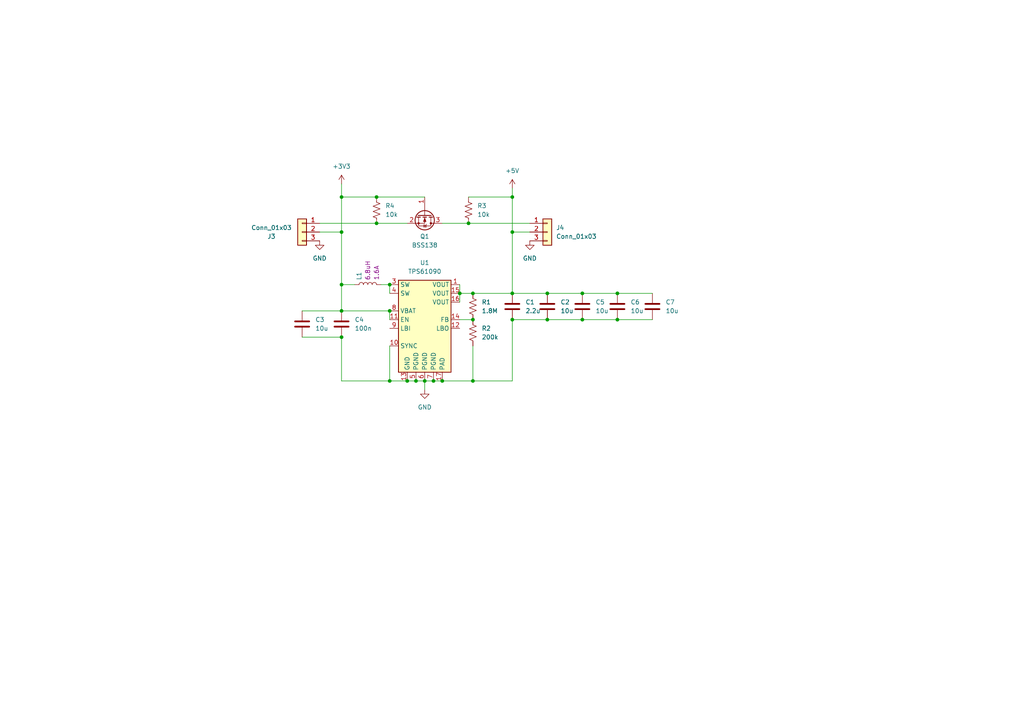
<source format=kicad_sch>
(kicad_sch (version 20230121) (generator eeschema)
  (paper "A4")
  (lib_symbols
    (symbol "Connector_Generic:Conn_01x03" (pin_names (offset 1.016) hide)
      (property "Reference" "J" (at 0 5.08 0))
      (property "Value" "Conn_01x03" (at 0 -5.08 0))
      (symbol "Conn_01x03_1_1"
        (rectangle (start -1.27 -2.413) (end 0 -2.667) (stroke (width 0.1524)))
        (rectangle (start -1.27 0.127) (end 0 -0.127) (stroke (width 0.1524)))
        (rectangle (start -1.27 2.667) (end 0 2.413) (stroke (width 0.1524)))
        (rectangle (start -1.27 3.81) (end 1.27 -3.81) (stroke (width 0.254)) (fill (type background)))
        (pin passive line (at -5.08 2.54 0) (length 3.81) (name "Pin_1") (number "1"))
        (pin passive line (at -5.08 0 0) (length 3.81) (name "Pin_2") (number "2"))
        (pin passive line (at -5.08 -2.54 0) (length 3.81) (name "Pin_3") (number "3"))
      )
    )
    (symbol "Device:C" (pin_numbers hide) (pin_names (offset 0.254))
      (property "Reference" "C" (at 0.635 2.54 0))
      (property "Value" "C" (at 0.635 -2.54 0))
      (symbol "C_0_1"
        (polyline (pts (xy -2.032 -0.762) (xy 2.032 -0.762)) (stroke (width 0.508)))
        (polyline (pts (xy -2.032 0.762) (xy 2.032 0.762)) (stroke (width 0.508)))
      )
      (symbol "C_1_1"
        (pin passive line (at 0 3.81 270) (length 2.794) (name "~") (number "1"))
        (pin passive line (at 0 -3.81 90) (length 2.794) (name "~") (number "2"))
      )
    )
    (symbol "Device:R_US" (pin_numbers hide) (pin_names (offset 0))
      (property "Reference" "R" (at 2.54 0 90))
      (property "Value" "R_US" (at -2.54 0 90))
      (symbol "R_US_0_1"
        (polyline (pts (xy 0 -2.286) (xy 0 -2.54)))
        (polyline (pts (xy 0 2.286) (xy 0 2.54)))
        (polyline (pts (xy 0 -0.762) (xy 1.016 -1.143) (xy 0 -1.524) (xy -1.016 -1.905) (xy 0 -2.286)))
        (polyline (pts (xy 0 0.762) (xy 1.016 0.381) (xy 0 0) (xy -1.016 -0.381) (xy 0 -0.762)))
        (polyline (pts (xy 0 2.286) (xy 1.016 1.905) (xy 0 1.524) (xy -1.016 1.143) (xy 0 0.762)))
      )
      (symbol "R_US_1_1"
        (pin passive line (at 0 3.81 270) (length 1.27) (name "~") (number "1"))
        (pin passive line (at 0 -3.81 90) (length 1.27) (name "~") (number "2"))
      )
    )
    (symbol "PCM_4ms_Inductor:6.8uH_1.0A_4018" (pin_numbers hide) (pin_names (offset 1.016) hide)
      (property "Reference" "L" (at -1.27 0 90))
      (property "Display" "6.8uH" (at 2.54 0 90))
      (property "Display 2" "1.6A" (at 4.318 -0.0508 90))
      (symbol "6.8uH_1.0A_4018_0_1"
        (arc (start 0 -2.54) (mid 0.6323 -1.905) (end 0 -1.27))
        (arc (start 0 -1.27) (mid 0.6323 -0.635) (end 0 0))
        (arc (start 0 0) (mid 0.6323 0.635) (end 0 1.27))
        (arc (start 0 1.27) (mid 0.6323 1.905) (end 0 2.54))
      )
      (symbol "6.8uH_1.0A_4018_1_1"
        (pin passive line (at 0 3.81 270) (length 1.27) (name "1") (number "1"))
        (pin passive line (at 0 -3.81 90) (length 1.27) (name "2") (number "2"))
      )
    )
    (symbol "Regulator_Switching:TPS61090"
      (property "Reference" "U" (at -7.62 15.24 0))
      (property "Value" "TPS61090" (at 1.27 15.24 0))
      (symbol "TPS61090_0_0"
        (pin power_out line (at 10.16 12.7 180) (length 2.54) (name "VOUT") (number "1"))
        (pin input line (at -10.16 -5.08 0) (length 2.54) (name "SYNC") (number "10"))
        (pin input line (at -10.16 2.54 0) (length 2.54) (name "EN") (number "11"))
        (pin open_collector line (at 10.16 0 180) (length 2.54) (name "LBO") (number "12"))
        (pin power_in line (at -5.08 -15.24 90) (length 2.54) (name "GND") (number "13"))
        (pin input line (at 10.16 2.54 180) (length 2.54) (name "FB") (number "14"))
        (pin passive line (at 10.16 10.16 180) (length 2.54) (name "VOUT") (number "15"))
        (pin passive line (at 10.16 7.62 180) (length 2.54) (name "VOUT") (number "16"))
        (pin power_in line (at 5.08 -15.24 90) (length 2.54) (name "PAD") (number "17"))
        (pin no_connect line (at 10.16 -5.08 180) (length 2.54) hide (name "NC") (number "2"))
        (pin passive line (at -10.16 12.7 0) (length 2.54) (name "SW") (number "3"))
        (pin passive line (at -10.16 10.16 0) (length 2.54) (name "SW") (number "4"))
        (pin power_in line (at -2.54 -15.24 90) (length 2.54) (name "PGND") (number "5"))
        (pin power_in line (at 0 -15.24 90) (length 2.54) (name "PGND") (number "6"))
        (pin power_in line (at 2.54 -15.24 90) (length 2.54) (name "PGND") (number "7"))
        (pin power_in line (at -10.16 5.08 0) (length 2.54) (name "VBAT") (number "8"))
        (pin input line (at -10.16 0 0) (length 2.54) (name "LBI") (number "9"))
      )
      (symbol "TPS61090_0_1"
        (rectangle (start -7.62 13.97) (end 7.62 -12.7) (stroke (width 0.254)) (fill (type background)))
      )
    )
    (symbol "Transistor_FET:BSS138" (pin_names hide)
      (property "Reference" "Q" (at 5.08 1.905 0))
      (property "Value" "BSS138" (at 5.08 0 0))
      (symbol "BSS138_0_1"
        (polyline (pts (xy 0.254 0) (xy -2.54 0)))
        (polyline (pts (xy 0.254 1.905) (xy 0.254 -1.905)) (stroke (width 0.254)))
        (polyline (pts (xy 0.762 -1.27) (xy 0.762 -2.286)) (stroke (width 0.254)))
        (polyline (pts (xy 0.762 0.508) (xy 0.762 -0.508)) (stroke (width 0.254)))
        (polyline (pts (xy 0.762 2.286) (xy 0.762 1.27)) (stroke (width 0.254)))
        (polyline (pts (xy 2.54 2.54) (xy 2.54 1.778)))
        (polyline (pts (xy 2.54 -2.54) (xy 2.54 0) (xy 0.762 0)))
        (polyline (pts (xy 0.762 -1.778) (xy 3.302 -1.778) (xy 3.302 1.778) (xy 0.762 1.778)))
        (polyline (pts (xy 1.016 0) (xy 2.032 0.381) (xy 2.032 -0.381) (xy 1.016 0)) (fill (type outline)))
        (polyline (pts (xy 2.794 0.508) (xy 2.921 0.381) (xy 3.683 0.381) (xy 3.81 0.254)))
        (polyline (pts (xy 3.302 0.381) (xy 2.921 -0.254) (xy 3.683 -0.254) (xy 3.302 0.381)))
        (circle (center 1.651 0) (radius 2.794) (stroke (width 0.254)))
        (circle (center 2.54 -1.778) (radius 0.254) (fill (type outline)))
        (circle (center 2.54 1.778) (radius 0.254) (fill (type outline)))
      )
      (symbol "BSS138_1_1"
        (pin input line (at -5.08 0 0) (length 2.54) (name "G") (number "1"))
        (pin passive line (at 2.54 -5.08 90) (length 2.54) (name "S") (number "2"))
        (pin passive line (at 2.54 5.08 270) (length 2.54) (name "D") (number "3"))
      )
    )
    (symbol "power:+3V3" (power) (pin_names (offset 0))
      (property "Value" "+3V3" (at 0 3.556 0))
      (symbol "+3V3_0_1"
        (polyline (pts (xy -0.762 1.27) (xy 0 2.54)))
        (polyline (pts (xy 0 0) (xy 0 2.54)))
        (polyline (pts (xy 0 2.54) (xy 0.762 1.27)))
      )
      (symbol "+3V3_1_1"
        (pin power_in line (at 0 0 90) (length 0) hide (name "+3V3") (number "1"))
      )
    )
    (symbol "power:+5V" (power) (pin_names (offset 0))
      (property "Value" "+5V" (at 0 3.556 0))
      (symbol "+5V_0_1"
        (polyline (pts (xy -0.762 1.27) (xy 0 2.54)))
        (polyline (pts (xy 0 0) (xy 0 2.54)))
        (polyline (pts (xy 0 2.54) (xy 0.762 1.27)))
      )
      (symbol "+5V_1_1"
        (pin power_in line (at 0 0 90) (length 0) hide (name "+5V") (number "1"))
      )
    )
    (symbol "power:GND" (power) (pin_names (offset 0))
      (property "Value" "GND" (at 0 -3.81 0))
      (symbol "GND_0_1"
        (polyline (pts (xy 0 0) (xy 0 -1.27) (xy 1.27 -1.27) (xy 0 -2.54) (xy -1.27 -1.27) (xy 0 -1.27)))
      )
      (symbol "GND_1_1"
        (pin power_in line (at 0 0 270) (length 0) hide (name "GND") (number "1"))
      )
    )
  )
  (junction (at 135.89 64.77))
  (junction (at 125.73 110.49))
  (junction (at 137.16 92.71))
  (junction (at 158.75 92.71))
  (junction (at 128.27 110.49))
  (junction (at 179.07 92.71))
  (junction (at 123.19 110.49))
  (junction (at 118.11 110.49))
  (junction (at 148.59 85.09))
  (junction (at 113.03 110.49))
  (junction (at 113.03 90.17))
  (junction (at 148.59 57.15))
  (junction (at 99.06 97.79))
  (junction (at 99.06 57.15))
  (junction (at 99.06 67.31))
  (junction (at 168.91 85.09))
  (junction (at 109.22 57.15))
  (junction (at 137.16 110.49))
  (junction (at 99.06 82.55))
  (junction (at 148.59 92.71))
  (junction (at 113.03 82.55))
  (junction (at 109.22 64.77))
  (junction (at 168.91 92.71))
  (junction (at 179.07 85.09))
  (junction (at 120.65 110.49))
  (junction (at 99.06 90.17))
  (junction (at 137.16 85.09))
  (junction (at 148.59 67.31))
  (junction (at 158.75 85.09))
  (junction (at 133.35 85.09))
  (wire (pts (xy 99.06 97.79) (xy 99.06 110.49)))
  (wire (pts (xy 120.65 110.49) (xy 123.19 110.49)))
  (wire (pts (xy 99.06 67.31) (xy 99.06 82.55)))
  (wire (pts (xy 109.22 64.77) (xy 118.11 64.77)))
  (wire (pts (xy 148.59 92.71) (xy 148.59 110.49)))
  (wire (pts (xy 99.06 57.15) (xy 109.22 57.15)))
  (wire (pts (xy 109.22 57.15) (xy 123.19 57.15)))
  (wire (pts (xy 135.89 64.77) (xy 153.67 64.77)))
  (wire (pts (xy 99.06 57.15) (xy 99.06 67.31)))
  (wire (pts (xy 158.75 85.09) (xy 168.91 85.09)))
  (wire (pts (xy 113.03 100.33) (xy 113.03 110.49)))
  (wire (pts (xy 102.87 82.55) (xy 99.06 82.55)))
  (wire (pts (xy 110.49 82.55) (xy 113.03 82.55)))
  (wire (pts (xy 148.59 85.09) (xy 158.75 85.09)))
  (wire (pts (xy 148.59 54.61) (xy 148.59 57.15)))
  (wire (pts (xy 168.91 92.71) (xy 179.07 92.71)))
  (wire (pts (xy 113.03 90.17) (xy 113.03 92.71)))
  (wire (pts (xy 137.16 110.49) (xy 128.27 110.49)))
  (wire (pts (xy 133.35 85.09) (xy 133.35 87.63)))
  (wire (pts (xy 153.67 67.31) (xy 148.59 67.31)))
  (wire (pts (xy 87.63 90.17) (xy 99.06 90.17)))
  (wire (pts (xy 113.03 82.55) (xy 113.03 85.09)))
  (wire (pts (xy 168.91 85.09) (xy 179.07 85.09)))
  (wire (pts (xy 92.71 67.31) (xy 99.06 67.31)))
  (wire (pts (xy 99.06 53.34) (xy 99.06 57.15)))
  (wire (pts (xy 179.07 92.71) (xy 189.23 92.71)))
  (wire (pts (xy 133.35 82.55) (xy 133.35 85.09)))
  (wire (pts (xy 92.71 64.77) (xy 109.22 64.77)))
  (wire (pts (xy 118.11 110.49) (xy 120.65 110.49)))
  (wire (pts (xy 99.06 90.17) (xy 113.03 90.17)))
  (wire (pts (xy 148.59 110.49) (xy 137.16 110.49)))
  (wire (pts (xy 125.73 110.49) (xy 128.27 110.49)))
  (wire (pts (xy 133.35 92.71) (xy 137.16 92.71)))
  (wire (pts (xy 133.35 85.09) (xy 137.16 85.09)))
  (wire (pts (xy 148.59 92.71) (xy 158.75 92.71)))
  (wire (pts (xy 123.19 110.49) (xy 123.19 113.03)))
  (wire (pts (xy 87.63 97.79) (xy 99.06 97.79)))
  (wire (pts (xy 99.06 82.55) (xy 99.06 90.17)))
  (wire (pts (xy 128.27 64.77) (xy 135.89 64.77)))
  (wire (pts (xy 179.07 85.09) (xy 189.23 85.09)))
  (wire (pts (xy 158.75 92.71) (xy 168.91 92.71)))
  (wire (pts (xy 135.89 57.15) (xy 148.59 57.15)))
  (wire (pts (xy 99.06 110.49) (xy 113.03 110.49)))
  (wire (pts (xy 113.03 110.49) (xy 118.11 110.49)))
  (wire (pts (xy 148.59 57.15) (xy 148.59 67.31)))
  (wire (pts (xy 123.19 110.49) (xy 125.73 110.49)))
  (wire (pts (xy 137.16 85.09) (xy 148.59 85.09)))
  (wire (pts (xy 148.59 67.31) (xy 148.59 85.09)))
  (wire (pts (xy 137.16 100.33) (xy 137.16 110.49)))
  (symbol (lib_id "Device:C") (at 189.23 88.9 0) (unit 1)
    (property "Reference" "C7" (at 193.04 87.63 0) (effects (justify left)))
    (property "Value" "10u" (at 193.04 90.17 0) (effects (justify left)))
    (property "Footprint" "Capacitor_SMD:C_0402_1005Metric" (effects hide))
  )
  (symbol (lib_id "Device:C") (at 158.75 88.9 0) (unit 1)
    (property "Reference" "C2" (at 162.56 87.63 0) (effects (justify left)))
    (property "Value" "10u" (at 162.56 90.17 0) (effects (justify left)))
    (property "Footprint" "Capacitor_SMD:C_0402_1005Metric" (effects hide))
  )
  (symbol (lib_id "power:GND") (at 153.67 69.85 0) (unit 1)
    (property "Reference" "#PWR03" (effects hide))
    (property "Value" "GND" (at 153.67 74.93 0))
  )
  (symbol (lib_id "Device:C") (at 87.63 93.98 0) (unit 1)
    (property "Reference" "C3" (at 91.44 92.71 0) (effects (justify left)))
    (property "Value" "10u" (at 91.44 95.25 0) (effects (justify left)))
    (property "Footprint" "Capacitor_SMD:C_0402_1005Metric" (effects hide))
  )
  (symbol (lib_id "PCM_4ms_Inductor:6.8uH_1.0A_4018") (at 106.68 82.55 90) (unit 1)
    (property "Reference" "L1" (at 104.14 81.28 0) (effects (justify left)))
    (property "Value" "6.8uH_1.0A_4018" (effects hide))
    (property "Footprint" "Inductor_SMD:L_Taiyo-Yuden_NR-40xx" (effects hide))
    (property "Specifications" "6.8uH, Isat>625mA, Idc>1.0A, Rdc<=100mOhms, shielded" (effects hide))
    (property "Manufacturer" "Taiyo Yuden" (effects hide))
    (property "Part Number" "NRS4018T6R8MDGJ" (effects hide))
    (property "Display" "6.8uH" (at 106.68 81.28 0) (effects (justify left)))
    (property "Display 2" "1.6A" (at 109.22 81.28 0) (effects (justify left)))
    (property "Manufacturer 2" "Taiyo Yuden" (effects hide))
    (property "Part Number 2" "NRS4018T6R8MDGJV" (effects hide))
    (property "Manufacturer 3" "Taiyo Yuden" (effects hide))
    (property "Part Number 3" "NR4018T6R8M" (effects hide))
    (property "Manufacturer 4" "Bournes" (effects hide))
    (property "Part Number 4" "SRN4018TA-6R8M" (effects hide))
    (property "Manufacturer 5" "ABRACON" (effects hide))
    (property "Part Number 5" "ASPI-0418FS-6R8M-T3" (effects hide))
    (property "JLCPCB ID" "C223055" (effects hide))
  )
  (symbol (lib_id "Device:R_US") (at 109.22 60.96 0) (unit 1)
    (property "Reference" "R4" (at 111.76 59.69 0) (effects (justify left)))
    (property "Value" "10k" (at 111.76 62.23 0) (effects (justify left)))
    (property "Footprint" "Resistor_SMD:R_0402_1005Metric" (effects hide))
  )
  (symbol (lib_id "Regulator_Switching:TPS61090") (at 123.19 95.25 0) (unit 1)
    (property "Reference" "U1" (at 123.19 76.2 0))
    (property "Value" "TPS61090" (at 123.19 78.74 0))
    (property "Footprint" "Package_DFN_QFN:Texas_S-PVQFN-N16_EP2.7x2.7mm_ThermalVias" (effects hide))
    (property "Datasheet" "http://www.ti.com/lit/ds/symlink/tps61090.pdf" (effects hide))
  )
  (symbol (lib_id "Device:R_US") (at 135.89 60.96 0) (unit 1)
    (property "Reference" "R3" (at 138.43 59.69 0) (effects (justify left)))
    (property "Value" "10k" (at 138.43 62.23 0) (effects (justify left)))
    (property "Footprint" "Resistor_SMD:R_0402_1005Metric" (effects hide))
  )
  (symbol (lib_id "Device:C") (at 148.59 88.9 0) (unit 1)
    (property "Reference" "C1" (at 152.4 87.63 0) (effects (justify left)))
    (property "Value" "2.2u" (at 152.4 90.17 0) (effects (justify left)))
    (property "Footprint" "Capacitor_SMD:C_0402_1005Metric" (effects hide))
  )
  (symbol (lib_id "Device:R_US") (at 137.16 88.9 0) (unit 1)
    (property "Reference" "R1" (at 139.7 87.63 0) (effects (justify left)))
    (property "Value" "1.8M" (at 139.7 90.17 0) (effects (justify left)))
    (property "Footprint" "Resistor_SMD:R_0402_1005Metric" (effects hide))
  )
  (symbol (lib_id "power:GND") (at 123.19 113.03 0) (unit 1)
    (property "Reference" "#PWR01" (effects hide))
    (property "Value" "GND" (at 123.19 118.11 0))
  )
  (symbol (lib_id "Device:C") (at 179.07 88.9 0) (unit 1)
    (property "Reference" "C6" (at 182.88 87.63 0) (effects (justify left)))
    (property "Value" "10u" (at 182.88 90.17 0) (effects (justify left)))
    (property "Footprint" "Capacitor_SMD:C_0402_1005Metric" (effects hide))
  )
  (symbol (lib_id "Device:R_US") (at 137.16 96.52 0) (unit 1)
    (property "Reference" "R2" (at 139.7 95.25 0) (effects (justify left)))
    (property "Value" "200k" (at 139.7 97.79 0) (effects (justify left)))
    (property "Footprint" "Resistor_SMD:R_0402_1005Metric" (effects hide))
  )
  (symbol (lib_id "Transistor_FET:BSS138") (at 123.19 62.23 270) (unit 1)
    (property "Reference" "Q1" (at 123.19 68.58 90))
    (property "Value" "BSS138" (at 123.19 71.12 90))
    (property "Footprint" "Package_TO_SOT_SMD:SOT-23" (effects hide))
    (property "Datasheet" "https://www.onsemi.com/pub/Collateral/BSS138-D.PDF" (effects hide))
  )
  (symbol (lib_id "Device:C") (at 168.91 88.9 0) (unit 1)
    (property "Reference" "C5" (at 172.72 87.63 0) (effects (justify left)))
    (property "Value" "10u" (at 172.72 90.17 0) (effects (justify left)))
    (property "Footprint" "Capacitor_SMD:C_0402_1005Metric" (effects hide))
  )
  (symbol (lib_id "power:GND") (at 92.71 69.85 0) (unit 1)
    (property "Reference" "#PWR02" (effects hide))
    (property "Value" "GND" (at 92.71 74.93 0))
  )
  (symbol (lib_id "power:+3V3") (at 99.06 53.34 0) (unit 1)
    (property "Reference" "#PWR04" (effects hide))
    (property "Value" "+3V3" (at 99.06 48.26 0))
  )
  (symbol (lib_id "power:+5V") (at 148.59 54.61 0) (unit 1)
    (property "Reference" "#PWR05" (effects hide))
    (property "Value" "+5V" (at 148.59 49.53 0))
  )
  (symbol (lib_id "Connector_Generic:Conn_01x03") (at 87.63 67.31 0) (mirror y) (unit 1)
    (property "Reference" "J3" (at 78.74 68.58 0))
    (property "Value" "Conn_01x03" (at 78.74 66.04 0))
    (property "Footprint" "Connector_PinHeader_2.54mm:PinHeader_1x03_P2.54mm_Vertical" (effects hide))
  )
  (symbol (lib_id "Device:C") (at 99.06 93.98 0) (unit 1)
    (property "Reference" "C4" (at 102.87 92.71 0) (effects (justify left)))
    (property "Value" "100n" (at 102.87 95.25 0) (effects (justify left)))
    (property "Footprint" "Capacitor_SMD:C_0402_1005Metric" (effects hide))
  )
  (symbol (lib_id "Connector_Generic:Conn_01x03") (at 158.75 67.31 0) (unit 1)
    (property "Reference" "J4" (at 161.29 66.04 0) (effects (justify left)))
    (property "Value" "Conn_01x03" (at 161.29 68.58 0) (effects (justify left)))
    (property "Footprint" "Connector_PinHeader_2.54mm:PinHeader_1x03_P2.54mm_Vertical" (effects hide))
  )
)
</source>
